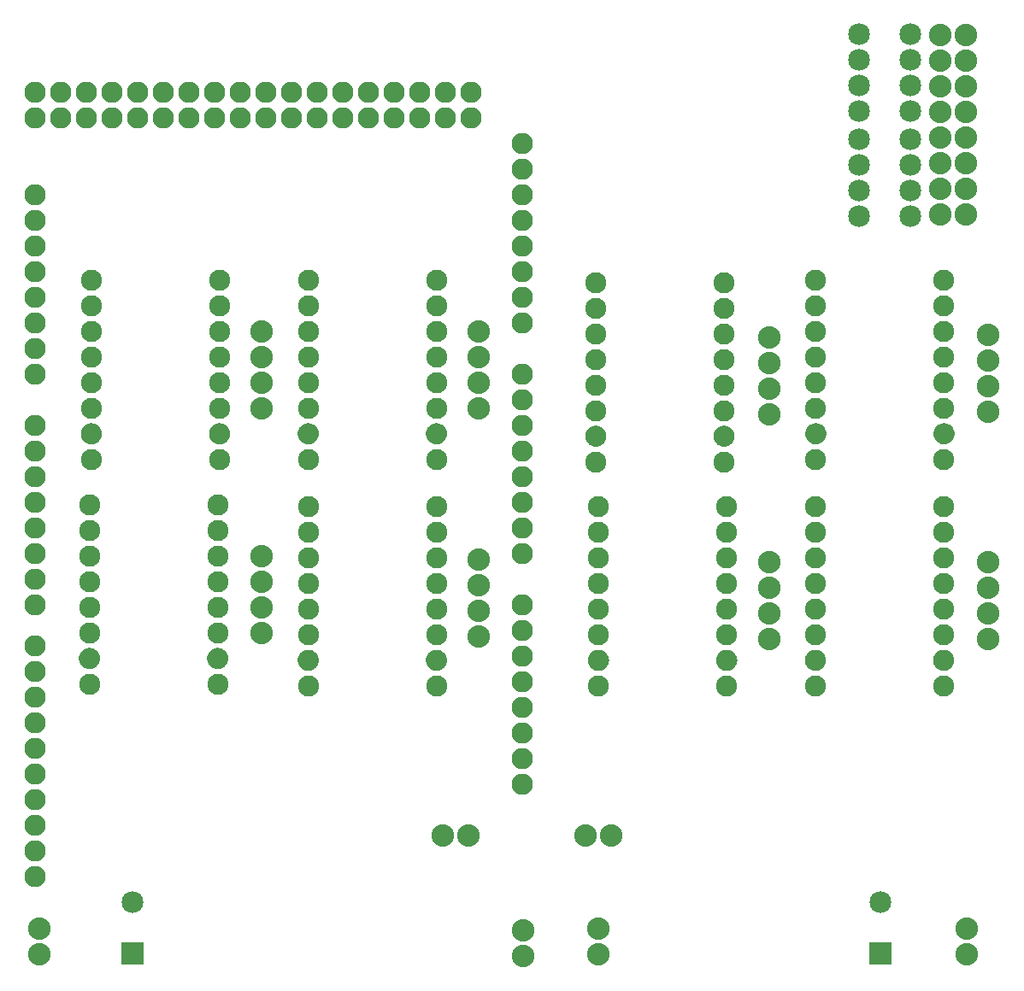
<source format=gts>
G04 MADE WITH FRITZING*
G04 WWW.FRITZING.ORG*
G04 DOUBLE SIDED*
G04 HOLES PLATED*
G04 CONTOUR ON CENTER OF CONTOUR VECTOR*
%ASAXBY*%
%FSLAX23Y23*%
%MOIN*%
%OFA0B0*%
%SFA1.0B1.0*%
%ADD10C,0.082472*%
%ADD11C,0.082445*%
%ADD12C,0.082417*%
%ADD13C,0.082917*%
%ADD14C,0.088000*%
%ADD15C,0.085000*%
%ADD16R,0.085000X0.085000*%
%ADD17R,0.001000X0.001000*%
%LNMASK1*%
G90*
G70*
G54D10*
X843Y1190D03*
X343Y1890D03*
X343Y1790D03*
X343Y1690D03*
X343Y1590D03*
X343Y1490D03*
G54D11*
X343Y1390D03*
G54D10*
X343Y1190D03*
G54D11*
X843Y1890D03*
G54D12*
X843Y1790D03*
G54D11*
X843Y1690D03*
G54D10*
X843Y1590D03*
G54D11*
X843Y1490D03*
G54D12*
X843Y1390D03*
G54D13*
X2030Y2698D03*
X2030Y1098D03*
X2030Y2798D03*
X2030Y2898D03*
X2030Y2998D03*
X2030Y3098D03*
X630Y3398D03*
X2030Y3198D03*
X2030Y3298D03*
X130Y1138D03*
X2030Y1698D03*
X2030Y1798D03*
X2030Y1898D03*
X2030Y1998D03*
X1430Y3398D03*
X2030Y2098D03*
X2030Y2198D03*
X2030Y2298D03*
X2030Y2398D03*
X130Y1898D03*
X230Y3398D03*
X1030Y3398D03*
X1830Y3398D03*
X130Y738D03*
X2030Y1498D03*
X130Y1498D03*
X430Y3398D03*
X830Y3398D03*
X1230Y3398D03*
X130Y3098D03*
X1630Y3398D03*
X130Y2998D03*
X130Y2898D03*
X130Y2798D03*
X130Y2698D03*
X130Y2598D03*
X130Y2498D03*
X130Y2398D03*
X130Y538D03*
X130Y938D03*
X130Y1338D03*
X2030Y898D03*
X2030Y1298D03*
X130Y2098D03*
X130Y1698D03*
X130Y3398D03*
X330Y3398D03*
X530Y3398D03*
X730Y3398D03*
X930Y3398D03*
X1130Y3398D03*
X1330Y3398D03*
X1530Y3398D03*
X1730Y3398D03*
X130Y438D03*
X130Y638D03*
X130Y838D03*
X130Y1038D03*
X130Y1238D03*
X2030Y798D03*
X2030Y998D03*
X2030Y1198D03*
X2030Y1398D03*
X130Y2198D03*
X130Y1998D03*
X130Y1798D03*
X130Y1598D03*
X130Y3498D03*
X230Y3498D03*
X330Y3498D03*
X430Y3498D03*
X530Y3498D03*
X630Y3498D03*
X730Y3498D03*
X830Y3498D03*
X930Y3498D03*
X1030Y3498D03*
X1130Y3498D03*
X1230Y3498D03*
X1330Y3498D03*
X1430Y3498D03*
X1530Y3498D03*
X1630Y3498D03*
X1730Y3498D03*
X1830Y3498D03*
X2030Y2598D03*
G54D10*
X1696Y1183D03*
X1196Y1883D03*
X1196Y1783D03*
X1196Y1683D03*
X1196Y1583D03*
X1196Y1483D03*
G54D11*
X1196Y1383D03*
G54D10*
X1196Y1183D03*
G54D11*
X1696Y1883D03*
G54D12*
X1696Y1783D03*
G54D11*
X1696Y1683D03*
G54D10*
X1696Y1583D03*
G54D11*
X1696Y1483D03*
G54D12*
X1696Y1383D03*
G54D10*
X850Y2067D03*
X350Y2767D03*
X350Y2667D03*
X350Y2567D03*
X350Y2467D03*
X350Y2367D03*
G54D11*
X350Y2267D03*
G54D10*
X350Y2067D03*
G54D11*
X850Y2767D03*
G54D12*
X850Y2667D03*
G54D11*
X850Y2567D03*
G54D10*
X850Y2467D03*
G54D11*
X850Y2367D03*
G54D12*
X850Y2267D03*
G54D10*
X1696Y2067D03*
X1196Y2767D03*
X1196Y2667D03*
X1196Y2567D03*
X1196Y2467D03*
X1196Y2367D03*
G54D11*
X1196Y2267D03*
G54D10*
X1196Y2067D03*
G54D11*
X1696Y2767D03*
G54D12*
X1696Y2667D03*
G54D11*
X1696Y2567D03*
G54D10*
X1696Y2467D03*
G54D11*
X1696Y2367D03*
G54D12*
X1696Y2267D03*
G54D10*
X2817Y2057D03*
X2317Y2757D03*
X2317Y2657D03*
X2317Y2557D03*
X2317Y2457D03*
X2317Y2357D03*
G54D11*
X2317Y2257D03*
G54D10*
X2317Y2057D03*
G54D11*
X2817Y2757D03*
G54D12*
X2817Y2657D03*
G54D11*
X2817Y2557D03*
G54D10*
X2817Y2457D03*
G54D11*
X2817Y2357D03*
G54D12*
X2817Y2257D03*
G54D10*
X3675Y2067D03*
X3175Y2767D03*
X3175Y2667D03*
X3175Y2567D03*
X3175Y2467D03*
X3175Y2367D03*
G54D11*
X3175Y2267D03*
G54D10*
X3175Y2067D03*
G54D11*
X3675Y2767D03*
G54D12*
X3675Y2667D03*
G54D11*
X3675Y2567D03*
G54D10*
X3675Y2467D03*
G54D11*
X3675Y2367D03*
G54D12*
X3675Y2267D03*
G54D14*
X3761Y3022D03*
X3761Y3122D03*
X3761Y3222D03*
X3761Y3322D03*
X3761Y3422D03*
X3761Y3522D03*
X3761Y3622D03*
X3761Y3722D03*
X3761Y3022D03*
X3761Y3122D03*
X3761Y3222D03*
X3761Y3322D03*
X3761Y3422D03*
X3761Y3522D03*
X3761Y3622D03*
X3761Y3722D03*
X3661Y3722D03*
X3661Y3622D03*
X3661Y3522D03*
X3661Y3422D03*
X3661Y3322D03*
X3661Y3222D03*
X3661Y3122D03*
X3661Y3022D03*
X146Y136D03*
X146Y236D03*
G54D15*
X510Y140D03*
X510Y340D03*
G54D10*
X2828Y1183D03*
X2328Y1883D03*
X2328Y1783D03*
X2328Y1683D03*
X2328Y1583D03*
X2328Y1483D03*
G54D11*
X2328Y1383D03*
G54D10*
X2328Y1183D03*
G54D11*
X2828Y1883D03*
G54D12*
X2828Y1783D03*
G54D11*
X2828Y1683D03*
G54D10*
X2828Y1583D03*
G54D11*
X2828Y1483D03*
G54D12*
X2828Y1383D03*
G54D10*
X3674Y1183D03*
X3174Y1883D03*
X3174Y1783D03*
X3174Y1683D03*
X3174Y1583D03*
X3174Y1483D03*
G54D11*
X3174Y1383D03*
G54D10*
X3174Y1183D03*
G54D11*
X3674Y1883D03*
G54D12*
X3674Y1783D03*
G54D11*
X3674Y1683D03*
G54D10*
X3674Y1583D03*
G54D11*
X3674Y1483D03*
G54D12*
X3674Y1383D03*
G54D14*
X3763Y136D03*
X3763Y236D03*
X2326Y236D03*
X2326Y136D03*
X2032Y229D03*
X2032Y129D03*
X1015Y2565D03*
X1015Y2465D03*
X1015Y2365D03*
X1015Y2265D03*
X1859Y2565D03*
X1859Y2465D03*
X1859Y2365D03*
X1859Y2265D03*
X1015Y1688D03*
X1015Y1588D03*
X1015Y1488D03*
X1015Y1388D03*
X1859Y1677D03*
X1859Y1577D03*
X1859Y1477D03*
X1859Y1377D03*
X1820Y600D03*
X1720Y600D03*
X2376Y600D03*
X2276Y600D03*
X2993Y2543D03*
X2993Y2443D03*
X2993Y2343D03*
X2993Y2243D03*
X3848Y2554D03*
X3848Y2454D03*
X3848Y2354D03*
X3848Y2254D03*
X2993Y1665D03*
X2993Y1565D03*
X2993Y1465D03*
X2993Y1365D03*
X3848Y1665D03*
X3848Y1565D03*
X3848Y1465D03*
X3848Y1365D03*
G54D15*
X3426Y140D03*
X3426Y340D03*
X3344Y3726D03*
X3544Y3726D03*
X3344Y3626D03*
X3544Y3626D03*
X3344Y3526D03*
X3544Y3526D03*
X3344Y3426D03*
X3544Y3426D03*
X3344Y3315D03*
X3544Y3315D03*
X3344Y3215D03*
X3544Y3215D03*
X3344Y3115D03*
X3544Y3115D03*
X3344Y3015D03*
X3544Y3015D03*
G54D16*
X510Y140D03*
X3426Y140D03*
G54D17*
X345Y2208D02*
X353Y2208D01*
X845Y2208D02*
X853Y2208D01*
X1191Y2208D02*
X1199Y2208D01*
X1691Y2208D02*
X1699Y2208D01*
X3171Y2208D02*
X3179Y2208D01*
X3671Y2208D02*
X3679Y2208D01*
X340Y2207D02*
X359Y2207D01*
X840Y2207D02*
X859Y2207D01*
X1186Y2207D02*
X1205Y2207D01*
X1686Y2207D02*
X1705Y2207D01*
X3165Y2207D02*
X3184Y2207D01*
X3666Y2207D02*
X3684Y2207D01*
X336Y2206D02*
X362Y2206D01*
X836Y2206D02*
X862Y2206D01*
X1182Y2206D02*
X1208Y2206D01*
X1682Y2206D02*
X1708Y2206D01*
X3162Y2206D02*
X3188Y2206D01*
X3662Y2206D02*
X3688Y2206D01*
X334Y2205D02*
X365Y2205D01*
X834Y2205D02*
X865Y2205D01*
X1180Y2205D02*
X1211Y2205D01*
X1680Y2205D02*
X1711Y2205D01*
X3159Y2205D02*
X3191Y2205D01*
X3659Y2205D02*
X3690Y2205D01*
X331Y2204D02*
X367Y2204D01*
X832Y2204D02*
X867Y2204D01*
X1178Y2204D02*
X1213Y2204D01*
X1678Y2204D02*
X1713Y2204D01*
X3157Y2204D02*
X3193Y2204D01*
X3657Y2204D02*
X3693Y2204D01*
X330Y2203D02*
X369Y2203D01*
X830Y2203D02*
X869Y2203D01*
X1176Y2203D02*
X1215Y2203D01*
X1676Y2203D02*
X1715Y2203D01*
X3155Y2203D02*
X3194Y2203D01*
X3655Y2203D02*
X3694Y2203D01*
X328Y2202D02*
X370Y2202D01*
X828Y2202D02*
X870Y2202D01*
X1174Y2202D02*
X1217Y2202D01*
X1674Y2202D02*
X1717Y2202D01*
X3154Y2202D02*
X3196Y2202D01*
X3654Y2202D02*
X3696Y2202D01*
X326Y2201D02*
X372Y2201D01*
X826Y2201D02*
X872Y2201D01*
X1173Y2201D02*
X1218Y2201D01*
X1673Y2201D02*
X1718Y2201D01*
X3152Y2201D02*
X3198Y2201D01*
X3652Y2201D02*
X3698Y2201D01*
X325Y2200D02*
X373Y2200D01*
X825Y2200D02*
X873Y2200D01*
X1171Y2200D02*
X1220Y2200D01*
X1671Y2200D02*
X1720Y2200D01*
X3151Y2200D02*
X3199Y2200D01*
X3651Y2200D02*
X3699Y2200D01*
X324Y2199D02*
X375Y2199D01*
X824Y2199D02*
X875Y2199D01*
X1170Y2199D02*
X1221Y2199D01*
X1670Y2199D02*
X1721Y2199D01*
X3149Y2199D02*
X3200Y2199D01*
X3649Y2199D02*
X3700Y2199D01*
X323Y2198D02*
X376Y2198D01*
X823Y2198D02*
X876Y2198D01*
X1169Y2198D02*
X1222Y2198D01*
X1669Y2198D02*
X1722Y2198D01*
X2309Y2198D02*
X2324Y2198D01*
X2809Y2198D02*
X2824Y2198D01*
X3148Y2198D02*
X3202Y2198D01*
X3648Y2198D02*
X3702Y2198D01*
X321Y2197D02*
X377Y2197D01*
X821Y2197D02*
X877Y2197D01*
X1168Y2197D02*
X1223Y2197D01*
X1668Y2197D02*
X1723Y2197D01*
X2305Y2197D02*
X2328Y2197D01*
X2805Y2197D02*
X2828Y2197D01*
X3147Y2197D02*
X3203Y2197D01*
X3647Y2197D02*
X3703Y2197D01*
X320Y2196D02*
X378Y2196D01*
X820Y2196D02*
X878Y2196D01*
X1166Y2196D02*
X1224Y2196D01*
X1667Y2196D02*
X1724Y2196D01*
X2302Y2196D02*
X2331Y2196D01*
X2802Y2196D02*
X2831Y2196D01*
X3146Y2196D02*
X3204Y2196D01*
X3646Y2196D02*
X3704Y2196D01*
X319Y2195D02*
X379Y2195D01*
X819Y2195D02*
X879Y2195D01*
X1166Y2195D02*
X1225Y2195D01*
X1666Y2195D02*
X1725Y2195D01*
X2300Y2195D02*
X2334Y2195D01*
X2800Y2195D02*
X2834Y2195D01*
X3145Y2195D02*
X3205Y2195D01*
X3645Y2195D02*
X3705Y2195D01*
X319Y2194D02*
X380Y2194D01*
X819Y2194D02*
X880Y2194D01*
X1165Y2194D02*
X1226Y2194D01*
X1665Y2194D02*
X1726Y2194D01*
X2298Y2194D02*
X2336Y2194D01*
X2798Y2194D02*
X2836Y2194D01*
X3144Y2194D02*
X3206Y2194D01*
X3644Y2194D02*
X3706Y2194D01*
X318Y2193D02*
X381Y2193D01*
X818Y2193D02*
X881Y2193D01*
X1164Y2193D02*
X1227Y2193D01*
X1664Y2193D02*
X1727Y2193D01*
X2296Y2193D02*
X2337Y2193D01*
X2796Y2193D02*
X2837Y2193D01*
X3143Y2193D02*
X3206Y2193D01*
X3643Y2193D02*
X3706Y2193D01*
X317Y2192D02*
X381Y2192D01*
X817Y2192D02*
X881Y2192D01*
X1163Y2192D02*
X1228Y2192D01*
X1663Y2192D02*
X1728Y2192D01*
X2295Y2192D02*
X2339Y2192D01*
X2795Y2192D02*
X2839Y2192D01*
X3143Y2192D02*
X3207Y2192D01*
X3643Y2192D02*
X3707Y2192D01*
X316Y2191D02*
X382Y2191D01*
X816Y2191D02*
X882Y2191D01*
X1162Y2191D02*
X1228Y2191D01*
X1662Y2191D02*
X1728Y2191D01*
X2293Y2191D02*
X2340Y2191D01*
X2793Y2191D02*
X2840Y2191D01*
X3142Y2191D02*
X3208Y2191D01*
X3642Y2191D02*
X3708Y2191D01*
X316Y2190D02*
X383Y2190D01*
X816Y2190D02*
X883Y2190D01*
X1162Y2190D02*
X1229Y2190D01*
X1662Y2190D02*
X1729Y2190D01*
X2292Y2190D02*
X2342Y2190D01*
X2792Y2190D02*
X2842Y2190D01*
X3141Y2190D02*
X3209Y2190D01*
X3641Y2190D02*
X3709Y2190D01*
X315Y2189D02*
X384Y2189D01*
X815Y2189D02*
X884Y2189D01*
X1161Y2189D02*
X1230Y2189D01*
X1661Y2189D02*
X1730Y2189D01*
X2290Y2189D02*
X2343Y2189D01*
X2790Y2189D02*
X2843Y2189D01*
X3141Y2189D02*
X3209Y2189D01*
X3641Y2189D02*
X3709Y2189D01*
X314Y2188D02*
X384Y2188D01*
X814Y2188D02*
X884Y2188D01*
X1160Y2188D02*
X1230Y2188D01*
X1660Y2188D02*
X1730Y2188D01*
X2289Y2188D02*
X2344Y2188D01*
X2789Y2188D02*
X2844Y2188D01*
X3140Y2188D02*
X3210Y2188D01*
X3640Y2188D02*
X3710Y2188D01*
X314Y2187D02*
X385Y2187D01*
X814Y2187D02*
X885Y2187D01*
X1160Y2187D02*
X1231Y2187D01*
X1660Y2187D02*
X1731Y2187D01*
X2288Y2187D02*
X2345Y2187D01*
X2788Y2187D02*
X2845Y2187D01*
X3139Y2187D02*
X3210Y2187D01*
X3639Y2187D02*
X3710Y2187D01*
X313Y2186D02*
X385Y2186D01*
X813Y2186D02*
X885Y2186D01*
X1159Y2186D02*
X1231Y2186D01*
X1659Y2186D02*
X1731Y2186D01*
X2287Y2186D02*
X2346Y2186D01*
X2787Y2186D02*
X2846Y2186D01*
X3139Y2186D02*
X3211Y2186D01*
X3639Y2186D02*
X3711Y2186D01*
X313Y2185D02*
X386Y2185D01*
X813Y2185D02*
X886Y2185D01*
X1159Y2185D02*
X1232Y2185D01*
X1659Y2185D02*
X1732Y2185D01*
X2286Y2185D02*
X2347Y2185D01*
X2786Y2185D02*
X2847Y2185D01*
X3138Y2185D02*
X3211Y2185D01*
X3638Y2185D02*
X3711Y2185D01*
X312Y2184D02*
X386Y2184D01*
X812Y2184D02*
X886Y2184D01*
X1158Y2184D02*
X1232Y2184D01*
X1658Y2184D02*
X1732Y2184D01*
X2286Y2184D02*
X2348Y2184D01*
X2786Y2184D02*
X2848Y2184D01*
X3138Y2184D02*
X3212Y2184D01*
X3638Y2184D02*
X3712Y2184D01*
X312Y2183D02*
X387Y2183D01*
X812Y2183D02*
X887Y2183D01*
X1158Y2183D02*
X1233Y2183D01*
X1658Y2183D02*
X1733Y2183D01*
X2285Y2183D02*
X2349Y2183D01*
X2785Y2183D02*
X2849Y2183D01*
X3137Y2183D02*
X3212Y2183D01*
X3637Y2183D02*
X3712Y2183D01*
X311Y2182D02*
X387Y2182D01*
X811Y2182D02*
X887Y2182D01*
X1157Y2182D02*
X1233Y2182D01*
X1657Y2182D02*
X1733Y2182D01*
X2284Y2182D02*
X2349Y2182D01*
X2784Y2182D02*
X2849Y2182D01*
X3137Y2182D02*
X3213Y2182D01*
X3637Y2182D02*
X3713Y2182D01*
X311Y2181D02*
X387Y2181D01*
X811Y2181D02*
X887Y2181D01*
X1157Y2181D02*
X1234Y2181D01*
X1657Y2181D02*
X1734Y2181D01*
X2283Y2181D02*
X2350Y2181D01*
X2783Y2181D02*
X2850Y2181D01*
X3137Y2181D02*
X3213Y2181D01*
X3637Y2181D02*
X3713Y2181D01*
X311Y2180D02*
X388Y2180D01*
X811Y2180D02*
X888Y2180D01*
X1157Y2180D02*
X1234Y2180D01*
X1657Y2180D02*
X1734Y2180D01*
X2283Y2180D02*
X2351Y2180D01*
X2783Y2180D02*
X2851Y2180D01*
X3136Y2180D02*
X3213Y2180D01*
X3636Y2180D02*
X3713Y2180D01*
X310Y2179D02*
X388Y2179D01*
X810Y2179D02*
X888Y2179D01*
X1156Y2179D02*
X1234Y2179D01*
X1656Y2179D02*
X1734Y2179D01*
X2282Y2179D02*
X2351Y2179D01*
X2782Y2179D02*
X2851Y2179D01*
X3136Y2179D02*
X3214Y2179D01*
X3636Y2179D02*
X3714Y2179D01*
X310Y2178D02*
X388Y2178D01*
X810Y2178D02*
X888Y2178D01*
X1156Y2178D02*
X1235Y2178D01*
X1656Y2178D02*
X1735Y2178D01*
X2281Y2178D02*
X2352Y2178D01*
X2781Y2178D02*
X2852Y2178D01*
X3136Y2178D02*
X3214Y2178D01*
X3636Y2178D02*
X3714Y2178D01*
X310Y2177D02*
X389Y2177D01*
X810Y2177D02*
X889Y2177D01*
X1156Y2177D02*
X1235Y2177D01*
X1656Y2177D02*
X1735Y2177D01*
X2281Y2177D02*
X2353Y2177D01*
X2781Y2177D02*
X2853Y2177D01*
X3135Y2177D02*
X3214Y2177D01*
X3635Y2177D02*
X3714Y2177D01*
X310Y2176D02*
X389Y2176D01*
X810Y2176D02*
X889Y2176D01*
X1156Y2176D02*
X1235Y2176D01*
X1656Y2176D02*
X1735Y2176D01*
X2280Y2176D02*
X2353Y2176D01*
X2780Y2176D02*
X2853Y2176D01*
X3135Y2176D02*
X3215Y2176D01*
X3635Y2176D02*
X3715Y2176D01*
X309Y2175D02*
X389Y2175D01*
X809Y2175D02*
X889Y2175D01*
X1155Y2175D02*
X1235Y2175D01*
X1655Y2175D02*
X1735Y2175D01*
X2280Y2175D02*
X2354Y2175D01*
X2780Y2175D02*
X2854Y2175D01*
X3135Y2175D02*
X3215Y2175D01*
X3635Y2175D02*
X3715Y2175D01*
X309Y2174D02*
X389Y2174D01*
X809Y2174D02*
X889Y2174D01*
X1155Y2174D02*
X1235Y2174D01*
X1655Y2174D02*
X1735Y2174D01*
X2279Y2174D02*
X2354Y2174D01*
X2779Y2174D02*
X2854Y2174D01*
X3135Y2174D02*
X3215Y2174D01*
X3635Y2174D02*
X3715Y2174D01*
X309Y2173D02*
X389Y2173D01*
X809Y2173D02*
X889Y2173D01*
X1155Y2173D02*
X1236Y2173D01*
X1655Y2173D02*
X1736Y2173D01*
X2279Y2173D02*
X2354Y2173D01*
X2779Y2173D02*
X2854Y2173D01*
X3135Y2173D02*
X3215Y2173D01*
X3635Y2173D02*
X3715Y2173D01*
X309Y2172D02*
X390Y2172D01*
X809Y2172D02*
X890Y2172D01*
X1155Y2172D02*
X1236Y2172D01*
X1655Y2172D02*
X1736Y2172D01*
X2279Y2172D02*
X2355Y2172D01*
X2779Y2172D02*
X2855Y2172D01*
X3134Y2172D02*
X3215Y2172D01*
X3634Y2172D02*
X3715Y2172D01*
X309Y2171D02*
X390Y2171D01*
X809Y2171D02*
X890Y2171D01*
X1155Y2171D02*
X1236Y2171D01*
X1655Y2171D02*
X1736Y2171D01*
X2278Y2171D02*
X2355Y2171D01*
X2778Y2171D02*
X2855Y2171D01*
X3134Y2171D02*
X3215Y2171D01*
X3634Y2171D02*
X3715Y2171D01*
X309Y2170D02*
X390Y2170D01*
X809Y2170D02*
X890Y2170D01*
X1155Y2170D02*
X1236Y2170D01*
X1655Y2170D02*
X1736Y2170D01*
X2278Y2170D02*
X2356Y2170D01*
X2778Y2170D02*
X2856Y2170D01*
X3134Y2170D02*
X3215Y2170D01*
X3634Y2170D02*
X3715Y2170D01*
X309Y2169D02*
X390Y2169D01*
X809Y2169D02*
X890Y2169D01*
X1155Y2169D02*
X1236Y2169D01*
X1655Y2169D02*
X1736Y2169D01*
X2278Y2169D02*
X2356Y2169D01*
X2778Y2169D02*
X2856Y2169D01*
X3134Y2169D02*
X3215Y2169D01*
X3634Y2169D02*
X3715Y2169D01*
X309Y2168D02*
X390Y2168D01*
X809Y2168D02*
X890Y2168D01*
X1155Y2168D02*
X1236Y2168D01*
X1655Y2168D02*
X1736Y2168D01*
X2277Y2168D02*
X2356Y2168D01*
X2777Y2168D02*
X2856Y2168D01*
X3134Y2168D02*
X3216Y2168D01*
X3634Y2168D02*
X3716Y2168D01*
X308Y2167D02*
X390Y2167D01*
X809Y2167D02*
X890Y2167D01*
X1155Y2167D02*
X1236Y2167D01*
X1655Y2167D02*
X1736Y2167D01*
X2277Y2167D02*
X2356Y2167D01*
X2777Y2167D02*
X2856Y2167D01*
X3134Y2167D02*
X3216Y2167D01*
X3634Y2167D02*
X3716Y2167D01*
X309Y2166D02*
X390Y2166D01*
X809Y2166D02*
X890Y2166D01*
X1155Y2166D02*
X1236Y2166D01*
X1655Y2166D02*
X1736Y2166D01*
X2277Y2166D02*
X2357Y2166D01*
X2777Y2166D02*
X2857Y2166D01*
X3134Y2166D02*
X3216Y2166D01*
X3634Y2166D02*
X3716Y2166D01*
X309Y2165D02*
X390Y2165D01*
X809Y2165D02*
X890Y2165D01*
X1155Y2165D02*
X1236Y2165D01*
X1655Y2165D02*
X1736Y2165D01*
X2277Y2165D02*
X2357Y2165D01*
X2777Y2165D02*
X2857Y2165D01*
X3134Y2165D02*
X3215Y2165D01*
X3634Y2165D02*
X3715Y2165D01*
X309Y2164D02*
X390Y2164D01*
X809Y2164D02*
X890Y2164D01*
X1155Y2164D02*
X1236Y2164D01*
X1655Y2164D02*
X1736Y2164D01*
X2277Y2164D02*
X2357Y2164D01*
X2777Y2164D02*
X2857Y2164D01*
X3134Y2164D02*
X3215Y2164D01*
X3634Y2164D02*
X3715Y2164D01*
X309Y2163D02*
X390Y2163D01*
X809Y2163D02*
X890Y2163D01*
X1155Y2163D02*
X1236Y2163D01*
X1655Y2163D02*
X1736Y2163D01*
X2276Y2163D02*
X2357Y2163D01*
X2776Y2163D02*
X2857Y2163D01*
X3134Y2163D02*
X3215Y2163D01*
X3634Y2163D02*
X3715Y2163D01*
X309Y2162D02*
X390Y2162D01*
X809Y2162D02*
X890Y2162D01*
X1155Y2162D02*
X1236Y2162D01*
X1655Y2162D02*
X1736Y2162D01*
X2276Y2162D02*
X2357Y2162D01*
X2776Y2162D02*
X2857Y2162D01*
X3135Y2162D02*
X3215Y2162D01*
X3635Y2162D02*
X3715Y2162D01*
X309Y2161D02*
X389Y2161D01*
X809Y2161D02*
X889Y2161D01*
X1155Y2161D02*
X1236Y2161D01*
X1655Y2161D02*
X1736Y2161D01*
X2276Y2161D02*
X2357Y2161D01*
X2776Y2161D02*
X2857Y2161D01*
X3135Y2161D02*
X3215Y2161D01*
X3635Y2161D02*
X3715Y2161D01*
X309Y2160D02*
X389Y2160D01*
X809Y2160D02*
X889Y2160D01*
X1155Y2160D02*
X1235Y2160D01*
X1655Y2160D02*
X1735Y2160D01*
X2276Y2160D02*
X2357Y2160D01*
X2776Y2160D02*
X2857Y2160D01*
X3135Y2160D02*
X3215Y2160D01*
X3635Y2160D02*
X3715Y2160D01*
X309Y2159D02*
X389Y2159D01*
X809Y2159D02*
X889Y2159D01*
X1156Y2159D02*
X1235Y2159D01*
X1656Y2159D02*
X1735Y2159D01*
X2276Y2159D02*
X2357Y2159D01*
X2776Y2159D02*
X2857Y2159D01*
X3135Y2159D02*
X3215Y2159D01*
X3635Y2159D02*
X3715Y2159D01*
X310Y2158D02*
X389Y2158D01*
X810Y2158D02*
X889Y2158D01*
X1156Y2158D02*
X1235Y2158D01*
X1656Y2158D02*
X1735Y2158D01*
X2276Y2158D02*
X2357Y2158D01*
X2776Y2158D02*
X2857Y2158D01*
X3135Y2158D02*
X3214Y2158D01*
X3635Y2158D02*
X3714Y2158D01*
X310Y2157D02*
X389Y2157D01*
X810Y2157D02*
X889Y2157D01*
X1156Y2157D02*
X1235Y2157D01*
X1656Y2157D02*
X1735Y2157D01*
X2276Y2157D02*
X2357Y2157D01*
X2776Y2157D02*
X2857Y2157D01*
X3135Y2157D02*
X3214Y2157D01*
X3635Y2157D02*
X3714Y2157D01*
X310Y2156D02*
X388Y2156D01*
X810Y2156D02*
X888Y2156D01*
X1156Y2156D02*
X1234Y2156D01*
X1656Y2156D02*
X1734Y2156D01*
X2276Y2156D02*
X2357Y2156D01*
X2776Y2156D02*
X2857Y2156D01*
X3136Y2156D02*
X3214Y2156D01*
X3636Y2156D02*
X3714Y2156D01*
X310Y2155D02*
X388Y2155D01*
X810Y2155D02*
X888Y2155D01*
X1156Y2155D02*
X1234Y2155D01*
X1657Y2155D02*
X1734Y2155D01*
X2276Y2155D02*
X2357Y2155D01*
X2776Y2155D02*
X2857Y2155D01*
X3136Y2155D02*
X3214Y2155D01*
X3636Y2155D02*
X3714Y2155D01*
X311Y2154D02*
X388Y2154D01*
X811Y2154D02*
X888Y2154D01*
X1157Y2154D02*
X1234Y2154D01*
X1657Y2154D02*
X1734Y2154D01*
X2276Y2154D02*
X2357Y2154D01*
X2776Y2154D02*
X2857Y2154D01*
X3136Y2154D02*
X3213Y2154D01*
X3636Y2154D02*
X3713Y2154D01*
X311Y2153D02*
X387Y2153D01*
X811Y2153D02*
X887Y2153D01*
X1157Y2153D02*
X1234Y2153D01*
X1657Y2153D02*
X1734Y2153D01*
X2276Y2153D02*
X2357Y2153D01*
X2776Y2153D02*
X2857Y2153D01*
X3137Y2153D02*
X3213Y2153D01*
X3637Y2153D02*
X3713Y2153D01*
X311Y2152D02*
X387Y2152D01*
X811Y2152D02*
X887Y2152D01*
X1158Y2152D02*
X1233Y2152D01*
X1658Y2152D02*
X1733Y2152D01*
X2276Y2152D02*
X2357Y2152D01*
X2776Y2152D02*
X2857Y2152D01*
X3137Y2152D02*
X3213Y2152D01*
X3637Y2152D02*
X3713Y2152D01*
X312Y2151D02*
X387Y2151D01*
X812Y2151D02*
X887Y2151D01*
X1158Y2151D02*
X1233Y2151D01*
X1658Y2151D02*
X1733Y2151D01*
X2277Y2151D02*
X2357Y2151D01*
X2777Y2151D02*
X2857Y2151D01*
X3137Y2151D02*
X3212Y2151D01*
X3637Y2151D02*
X3712Y2151D01*
X312Y2150D02*
X386Y2150D01*
X812Y2150D02*
X886Y2150D01*
X1158Y2150D02*
X1232Y2150D01*
X1658Y2150D02*
X1732Y2150D01*
X2277Y2150D02*
X2357Y2150D01*
X2777Y2150D02*
X2857Y2150D01*
X3138Y2150D02*
X3212Y2150D01*
X3638Y2150D02*
X3712Y2150D01*
X313Y2149D02*
X386Y2149D01*
X813Y2149D02*
X886Y2149D01*
X1159Y2149D02*
X1232Y2149D01*
X1659Y2149D02*
X1732Y2149D01*
X2277Y2149D02*
X2356Y2149D01*
X2777Y2149D02*
X2856Y2149D01*
X3138Y2149D02*
X3211Y2149D01*
X3638Y2149D02*
X3711Y2149D01*
X313Y2148D02*
X385Y2148D01*
X813Y2148D02*
X885Y2148D01*
X1159Y2148D02*
X1231Y2148D01*
X1659Y2148D02*
X1731Y2148D01*
X2277Y2148D02*
X2356Y2148D01*
X2777Y2148D02*
X2856Y2148D01*
X3139Y2148D02*
X3211Y2148D01*
X3639Y2148D02*
X3711Y2148D01*
X314Y2147D02*
X385Y2147D01*
X814Y2147D02*
X885Y2147D01*
X1160Y2147D02*
X1231Y2147D01*
X1660Y2147D02*
X1731Y2147D01*
X2278Y2147D02*
X2356Y2147D01*
X2778Y2147D02*
X2856Y2147D01*
X3139Y2147D02*
X3210Y2147D01*
X3639Y2147D02*
X3710Y2147D01*
X314Y2146D02*
X384Y2146D01*
X814Y2146D02*
X884Y2146D01*
X1161Y2146D02*
X1230Y2146D01*
X1661Y2146D02*
X1730Y2146D01*
X2278Y2146D02*
X2356Y2146D01*
X2778Y2146D02*
X2856Y2146D01*
X3140Y2146D02*
X3210Y2146D01*
X3640Y2146D02*
X3710Y2146D01*
X315Y2145D02*
X383Y2145D01*
X815Y2145D02*
X883Y2145D01*
X1161Y2145D02*
X1230Y2145D01*
X1661Y2145D02*
X1730Y2145D01*
X2278Y2145D02*
X2355Y2145D01*
X2778Y2145D02*
X2855Y2145D01*
X3141Y2145D02*
X3209Y2145D01*
X3641Y2145D02*
X3709Y2145D01*
X316Y2144D02*
X383Y2144D01*
X816Y2144D02*
X883Y2144D01*
X1162Y2144D02*
X1229Y2144D01*
X1662Y2144D02*
X1729Y2144D01*
X2278Y2144D02*
X2355Y2144D01*
X2778Y2144D02*
X2855Y2144D01*
X3141Y2144D02*
X3208Y2144D01*
X3641Y2144D02*
X3708Y2144D01*
X316Y2143D02*
X382Y2143D01*
X816Y2143D02*
X882Y2143D01*
X1163Y2143D02*
X1228Y2143D01*
X1663Y2143D02*
X1728Y2143D01*
X2279Y2143D02*
X2355Y2143D01*
X2779Y2143D02*
X2855Y2143D01*
X3142Y2143D02*
X3208Y2143D01*
X3642Y2143D02*
X3708Y2143D01*
X317Y2142D02*
X381Y2142D01*
X817Y2142D02*
X881Y2142D01*
X1163Y2142D02*
X1227Y2142D01*
X1663Y2142D02*
X1727Y2142D01*
X2279Y2142D02*
X2354Y2142D01*
X2779Y2142D02*
X2854Y2142D01*
X3143Y2142D02*
X3207Y2142D01*
X3643Y2142D02*
X3707Y2142D01*
X318Y2141D02*
X381Y2141D01*
X818Y2141D02*
X881Y2141D01*
X1164Y2141D02*
X1227Y2141D01*
X1664Y2141D02*
X1727Y2141D01*
X2280Y2141D02*
X2354Y2141D01*
X2780Y2141D02*
X2854Y2141D01*
X3143Y2141D02*
X3206Y2141D01*
X3644Y2141D02*
X3706Y2141D01*
X319Y2140D02*
X380Y2140D01*
X819Y2140D02*
X880Y2140D01*
X1165Y2140D02*
X1226Y2140D01*
X1665Y2140D02*
X1726Y2140D01*
X2280Y2140D02*
X2353Y2140D01*
X2780Y2140D02*
X2853Y2140D01*
X3144Y2140D02*
X3205Y2140D01*
X3644Y2140D02*
X3705Y2140D01*
X320Y2139D02*
X379Y2139D01*
X820Y2139D02*
X879Y2139D01*
X1166Y2139D02*
X1225Y2139D01*
X1666Y2139D02*
X1725Y2139D01*
X2281Y2139D02*
X2353Y2139D01*
X2781Y2139D02*
X2853Y2139D01*
X3145Y2139D02*
X3204Y2139D01*
X3645Y2139D02*
X3704Y2139D01*
X321Y2138D02*
X378Y2138D01*
X821Y2138D02*
X878Y2138D01*
X1167Y2138D02*
X1224Y2138D01*
X1667Y2138D02*
X1724Y2138D01*
X2281Y2138D02*
X2352Y2138D01*
X2781Y2138D02*
X2852Y2138D01*
X3146Y2138D02*
X3204Y2138D01*
X3646Y2138D02*
X3704Y2138D01*
X322Y2137D02*
X377Y2137D01*
X822Y2137D02*
X877Y2137D01*
X1168Y2137D02*
X1223Y2137D01*
X1668Y2137D02*
X1723Y2137D01*
X2282Y2137D02*
X2352Y2137D01*
X2782Y2137D02*
X2852Y2137D01*
X3147Y2137D02*
X3202Y2137D01*
X3647Y2137D02*
X3702Y2137D01*
X323Y2136D02*
X376Y2136D01*
X823Y2136D02*
X876Y2136D01*
X1169Y2136D02*
X1222Y2136D01*
X1669Y2136D02*
X1722Y2136D01*
X2282Y2136D02*
X2351Y2136D01*
X2782Y2136D02*
X2851Y2136D01*
X3148Y2136D02*
X3201Y2136D01*
X3648Y2136D02*
X3701Y2136D01*
X324Y2135D02*
X375Y2135D01*
X824Y2135D02*
X875Y2135D01*
X1170Y2135D02*
X1221Y2135D01*
X1670Y2135D02*
X1721Y2135D01*
X2283Y2135D02*
X2351Y2135D01*
X2783Y2135D02*
X2851Y2135D01*
X3150Y2135D02*
X3200Y2135D01*
X3650Y2135D02*
X3700Y2135D01*
X325Y2134D02*
X373Y2134D01*
X825Y2134D02*
X873Y2134D01*
X1171Y2134D02*
X1219Y2134D01*
X1671Y2134D02*
X1719Y2134D01*
X2284Y2134D02*
X2350Y2134D01*
X2784Y2134D02*
X2850Y2134D01*
X3151Y2134D02*
X3199Y2134D01*
X3651Y2134D02*
X3699Y2134D01*
X327Y2133D02*
X372Y2133D01*
X827Y2133D02*
X872Y2133D01*
X1173Y2133D02*
X1218Y2133D01*
X1673Y2133D02*
X1718Y2133D01*
X2284Y2133D02*
X2349Y2133D01*
X2784Y2133D02*
X2849Y2133D01*
X3152Y2133D02*
X3197Y2133D01*
X3652Y2133D02*
X3697Y2133D01*
X328Y2132D02*
X370Y2132D01*
X828Y2132D02*
X870Y2132D01*
X1174Y2132D02*
X1216Y2132D01*
X1674Y2132D02*
X1716Y2132D01*
X2285Y2132D02*
X2348Y2132D01*
X2785Y2132D02*
X2848Y2132D01*
X3154Y2132D02*
X3196Y2132D01*
X3654Y2132D02*
X3696Y2132D01*
X330Y2131D02*
X369Y2131D01*
X830Y2131D02*
X869Y2131D01*
X1176Y2131D02*
X1215Y2131D01*
X1676Y2131D02*
X1715Y2131D01*
X2286Y2131D02*
X2348Y2131D01*
X2786Y2131D02*
X2848Y2131D01*
X3156Y2131D02*
X3194Y2131D01*
X3656Y2131D02*
X3694Y2131D01*
X332Y2130D02*
X367Y2130D01*
X832Y2130D02*
X867Y2130D01*
X1178Y2130D02*
X1213Y2130D01*
X1678Y2130D02*
X1713Y2130D01*
X2287Y2130D02*
X2347Y2130D01*
X2787Y2130D02*
X2847Y2130D01*
X3157Y2130D02*
X3192Y2130D01*
X3657Y2130D02*
X3692Y2130D01*
X334Y2129D02*
X365Y2129D01*
X834Y2129D02*
X864Y2129D01*
X1180Y2129D02*
X1211Y2129D01*
X1680Y2129D02*
X1711Y2129D01*
X2288Y2129D02*
X2346Y2129D01*
X2788Y2129D02*
X2846Y2129D01*
X3160Y2129D02*
X3190Y2129D01*
X3660Y2129D02*
X3690Y2129D01*
X337Y2128D02*
X362Y2128D01*
X837Y2128D02*
X862Y2128D01*
X1183Y2128D02*
X1208Y2128D01*
X1683Y2128D02*
X1708Y2128D01*
X2289Y2128D02*
X2345Y2128D01*
X2789Y2128D02*
X2845Y2128D01*
X3162Y2128D02*
X3187Y2128D01*
X3662Y2128D02*
X3687Y2128D01*
X340Y2127D02*
X358Y2127D01*
X841Y2127D02*
X858Y2127D01*
X1187Y2127D02*
X1204Y2127D01*
X1687Y2127D02*
X1704Y2127D01*
X2290Y2127D02*
X2344Y2127D01*
X2790Y2127D02*
X2844Y2127D01*
X3166Y2127D02*
X3184Y2127D01*
X3666Y2127D02*
X3684Y2127D01*
X347Y2126D02*
X351Y2126D01*
X847Y2126D02*
X851Y2126D01*
X1193Y2126D02*
X1197Y2126D01*
X1694Y2126D02*
X1697Y2126D01*
X2291Y2126D02*
X2343Y2126D01*
X2791Y2126D02*
X2843Y2126D01*
X3173Y2126D02*
X3177Y2126D01*
X3673Y2126D02*
X3677Y2126D01*
X2292Y2125D02*
X2341Y2125D01*
X2792Y2125D02*
X2841Y2125D01*
X2294Y2124D02*
X2340Y2124D01*
X2794Y2124D02*
X2840Y2124D01*
X2295Y2123D02*
X2338Y2123D01*
X2795Y2123D02*
X2838Y2123D01*
X2297Y2122D02*
X2337Y2122D01*
X2797Y2122D02*
X2837Y2122D01*
X2299Y2121D02*
X2335Y2121D01*
X2799Y2121D02*
X2835Y2121D01*
X2301Y2120D02*
X2333Y2120D01*
X2801Y2120D02*
X2833Y2120D01*
X2303Y2119D02*
X2330Y2119D01*
X2803Y2119D02*
X2830Y2119D01*
X2306Y2118D02*
X2327Y2118D01*
X2806Y2118D02*
X2827Y2118D01*
X2311Y2117D02*
X2322Y2117D01*
X2811Y2117D02*
X2822Y2117D01*
X338Y1331D02*
X347Y1331D01*
X838Y1331D02*
X847Y1331D01*
X333Y1330D02*
X352Y1330D01*
X833Y1330D02*
X852Y1330D01*
X329Y1329D02*
X356Y1329D01*
X829Y1329D02*
X856Y1329D01*
X327Y1328D02*
X358Y1328D01*
X827Y1328D02*
X858Y1328D01*
X324Y1327D02*
X360Y1327D01*
X825Y1327D02*
X860Y1327D01*
X323Y1326D02*
X362Y1326D01*
X823Y1326D02*
X862Y1326D01*
X321Y1325D02*
X364Y1325D01*
X821Y1325D02*
X864Y1325D01*
X319Y1324D02*
X365Y1324D01*
X819Y1324D02*
X865Y1324D01*
X1190Y1324D02*
X1201Y1324D01*
X1690Y1324D02*
X1701Y1324D01*
X2322Y1324D02*
X2332Y1324D01*
X2822Y1324D02*
X2832Y1324D01*
X3168Y1324D02*
X3179Y1324D01*
X3668Y1324D02*
X3679Y1324D01*
X318Y1323D02*
X367Y1323D01*
X818Y1323D02*
X867Y1323D01*
X1185Y1323D02*
X1206Y1323D01*
X1685Y1323D02*
X1706Y1323D01*
X2317Y1323D02*
X2337Y1323D01*
X2817Y1323D02*
X2837Y1323D01*
X3163Y1323D02*
X3183Y1323D01*
X3663Y1323D02*
X3683Y1323D01*
X317Y1322D02*
X368Y1322D01*
X817Y1322D02*
X868Y1322D01*
X1182Y1322D02*
X1209Y1322D01*
X1682Y1322D02*
X1709Y1322D01*
X2313Y1322D02*
X2341Y1322D01*
X2813Y1322D02*
X2841Y1322D01*
X3160Y1322D02*
X3187Y1322D01*
X3660Y1322D02*
X3687Y1322D01*
X316Y1321D02*
X369Y1321D01*
X816Y1321D02*
X869Y1321D01*
X1179Y1321D02*
X1212Y1321D01*
X1679Y1321D02*
X1712Y1321D01*
X2311Y1321D02*
X2343Y1321D01*
X2811Y1321D02*
X2843Y1321D01*
X3157Y1321D02*
X3189Y1321D01*
X3657Y1321D02*
X3689Y1321D01*
X314Y1320D02*
X370Y1320D01*
X814Y1320D02*
X870Y1320D01*
X1177Y1320D02*
X1214Y1320D01*
X1677Y1320D02*
X1714Y1320D01*
X2309Y1320D02*
X2345Y1320D01*
X2809Y1320D02*
X2845Y1320D01*
X3155Y1320D02*
X3191Y1320D01*
X3655Y1320D02*
X3691Y1320D01*
X313Y1319D02*
X371Y1319D01*
X813Y1319D02*
X871Y1319D01*
X1175Y1319D02*
X1215Y1319D01*
X1675Y1319D02*
X1715Y1319D01*
X2307Y1319D02*
X2347Y1319D01*
X2807Y1319D02*
X2847Y1319D01*
X3153Y1319D02*
X3193Y1319D01*
X3653Y1319D02*
X3693Y1319D01*
X313Y1318D02*
X372Y1318D01*
X813Y1318D02*
X872Y1318D01*
X1174Y1318D02*
X1217Y1318D01*
X1674Y1318D02*
X1717Y1318D01*
X2305Y1318D02*
X2349Y1318D01*
X2805Y1318D02*
X2849Y1318D01*
X3152Y1318D02*
X3195Y1318D01*
X3652Y1318D02*
X3695Y1318D01*
X312Y1317D02*
X373Y1317D01*
X812Y1317D02*
X873Y1317D01*
X1172Y1317D02*
X1219Y1317D01*
X1672Y1317D02*
X1718Y1317D01*
X2304Y1317D02*
X2350Y1317D01*
X2804Y1317D02*
X2850Y1317D01*
X3150Y1317D02*
X3196Y1317D01*
X3650Y1317D02*
X3696Y1317D01*
X311Y1316D02*
X374Y1316D01*
X811Y1316D02*
X874Y1316D01*
X1171Y1316D02*
X1220Y1316D01*
X1671Y1316D02*
X1720Y1316D01*
X2302Y1316D02*
X2351Y1316D01*
X2803Y1316D02*
X2851Y1316D01*
X3149Y1316D02*
X3198Y1316D01*
X3649Y1316D02*
X3698Y1316D01*
X310Y1315D02*
X375Y1315D01*
X810Y1315D02*
X875Y1315D01*
X1170Y1315D02*
X1221Y1315D01*
X1670Y1315D02*
X1721Y1315D01*
X2301Y1315D02*
X2353Y1315D01*
X2801Y1315D02*
X2853Y1315D01*
X3147Y1315D02*
X3199Y1315D01*
X3647Y1315D02*
X3699Y1315D01*
X309Y1314D02*
X375Y1314D01*
X809Y1314D02*
X875Y1314D01*
X1168Y1314D02*
X1222Y1314D01*
X1668Y1314D02*
X1722Y1314D01*
X2300Y1314D02*
X2354Y1314D01*
X2800Y1314D02*
X2854Y1314D01*
X3146Y1314D02*
X3200Y1314D01*
X3646Y1314D02*
X3700Y1314D01*
X309Y1313D02*
X376Y1313D01*
X809Y1313D02*
X876Y1313D01*
X1167Y1313D02*
X1223Y1313D01*
X1667Y1313D02*
X1723Y1313D01*
X2299Y1313D02*
X2355Y1313D01*
X2799Y1313D02*
X2855Y1313D01*
X3145Y1313D02*
X3201Y1313D01*
X3645Y1313D02*
X3701Y1313D01*
X308Y1312D02*
X377Y1312D01*
X808Y1312D02*
X877Y1312D01*
X1166Y1312D02*
X1224Y1312D01*
X1666Y1312D02*
X1724Y1312D01*
X2298Y1312D02*
X2356Y1312D01*
X2798Y1312D02*
X2856Y1312D01*
X3144Y1312D02*
X3202Y1312D01*
X3644Y1312D02*
X3702Y1312D01*
X307Y1311D02*
X377Y1311D01*
X807Y1311D02*
X877Y1311D01*
X1165Y1311D02*
X1225Y1311D01*
X1665Y1311D02*
X1725Y1311D01*
X2297Y1311D02*
X2357Y1311D01*
X2797Y1311D02*
X2857Y1311D01*
X3143Y1311D02*
X3203Y1311D01*
X3643Y1311D02*
X3703Y1311D01*
X307Y1310D02*
X378Y1310D01*
X807Y1310D02*
X878Y1310D01*
X1164Y1310D02*
X1226Y1310D01*
X1664Y1310D02*
X1726Y1310D01*
X2296Y1310D02*
X2358Y1310D01*
X2796Y1310D02*
X2858Y1310D01*
X3142Y1310D02*
X3204Y1310D01*
X3642Y1310D02*
X3704Y1310D01*
X306Y1309D02*
X379Y1309D01*
X806Y1309D02*
X879Y1309D01*
X1164Y1309D02*
X1227Y1309D01*
X1664Y1309D02*
X1727Y1309D01*
X2295Y1309D02*
X2359Y1309D01*
X2795Y1309D02*
X2859Y1309D01*
X3141Y1309D02*
X3205Y1309D01*
X3641Y1309D02*
X3705Y1309D01*
X306Y1308D02*
X379Y1308D01*
X806Y1308D02*
X879Y1308D01*
X1163Y1308D02*
X1228Y1308D01*
X1663Y1308D02*
X1728Y1308D01*
X2295Y1308D02*
X2359Y1308D01*
X2795Y1308D02*
X2859Y1308D01*
X3141Y1308D02*
X3206Y1308D01*
X3641Y1308D02*
X3706Y1308D01*
X305Y1307D02*
X379Y1307D01*
X805Y1307D02*
X879Y1307D01*
X1162Y1307D02*
X1229Y1307D01*
X1662Y1307D02*
X1729Y1307D01*
X2294Y1307D02*
X2360Y1307D01*
X2794Y1307D02*
X2860Y1307D01*
X3140Y1307D02*
X3206Y1307D01*
X3640Y1307D02*
X3706Y1307D01*
X305Y1306D02*
X380Y1306D01*
X805Y1306D02*
X880Y1306D01*
X1162Y1306D02*
X1229Y1306D01*
X1662Y1306D02*
X1729Y1306D01*
X2293Y1306D02*
X2361Y1306D01*
X2793Y1306D02*
X2861Y1306D01*
X3139Y1306D02*
X3207Y1306D01*
X3639Y1306D02*
X3707Y1306D01*
X304Y1305D02*
X380Y1305D01*
X804Y1305D02*
X880Y1305D01*
X1161Y1305D02*
X1230Y1305D01*
X1661Y1305D02*
X1730Y1305D01*
X2293Y1305D02*
X2361Y1305D01*
X2793Y1305D02*
X2861Y1305D01*
X3139Y1305D02*
X3208Y1305D01*
X3639Y1305D02*
X3708Y1305D01*
X304Y1304D02*
X381Y1304D01*
X804Y1304D02*
X881Y1304D01*
X1160Y1304D02*
X1230Y1304D01*
X1660Y1304D02*
X1730Y1304D01*
X2292Y1304D02*
X2362Y1304D01*
X2792Y1304D02*
X2862Y1304D01*
X3138Y1304D02*
X3208Y1304D01*
X3638Y1304D02*
X3708Y1304D01*
X304Y1303D02*
X381Y1303D01*
X804Y1303D02*
X881Y1303D01*
X1160Y1303D02*
X1231Y1303D01*
X1660Y1303D02*
X1731Y1303D01*
X2291Y1303D02*
X2363Y1303D01*
X2791Y1303D02*
X2863Y1303D01*
X3137Y1303D02*
X3209Y1303D01*
X3637Y1303D02*
X3709Y1303D01*
X303Y1302D02*
X381Y1302D01*
X803Y1302D02*
X881Y1302D01*
X1159Y1302D02*
X1232Y1302D01*
X1659Y1302D02*
X1732Y1302D01*
X2291Y1302D02*
X2363Y1302D01*
X2791Y1302D02*
X2863Y1302D01*
X3137Y1302D02*
X3209Y1302D01*
X3637Y1302D02*
X3709Y1302D01*
X303Y1301D02*
X382Y1301D01*
X803Y1301D02*
X882Y1301D01*
X1159Y1301D02*
X1232Y1301D01*
X1659Y1301D02*
X1732Y1301D01*
X2290Y1301D02*
X2364Y1301D01*
X2790Y1301D02*
X2864Y1301D01*
X3136Y1301D02*
X3210Y1301D01*
X3636Y1301D02*
X3710Y1301D01*
X303Y1300D02*
X382Y1300D01*
X803Y1300D02*
X882Y1300D01*
X1158Y1300D02*
X1233Y1300D01*
X1658Y1300D02*
X1733Y1300D01*
X2290Y1300D02*
X2364Y1300D01*
X2790Y1300D02*
X2864Y1300D01*
X3136Y1300D02*
X3210Y1300D01*
X3636Y1300D02*
X3710Y1300D01*
X303Y1299D02*
X382Y1299D01*
X803Y1299D02*
X882Y1299D01*
X1158Y1299D02*
X1233Y1299D01*
X1658Y1299D02*
X1733Y1299D01*
X2289Y1299D02*
X2365Y1299D01*
X2789Y1299D02*
X2865Y1299D01*
X3136Y1299D02*
X3211Y1299D01*
X3636Y1299D02*
X3711Y1299D01*
X302Y1298D02*
X382Y1298D01*
X802Y1298D02*
X882Y1298D01*
X1157Y1298D02*
X1233Y1298D01*
X1657Y1298D02*
X1733Y1298D01*
X2289Y1298D02*
X2365Y1298D01*
X2789Y1298D02*
X2865Y1298D01*
X3135Y1298D02*
X3211Y1298D01*
X3635Y1298D02*
X3711Y1298D01*
X302Y1297D02*
X382Y1297D01*
X802Y1297D02*
X882Y1297D01*
X1157Y1297D02*
X1234Y1297D01*
X1657Y1297D02*
X1734Y1297D01*
X2289Y1297D02*
X2365Y1297D01*
X2789Y1297D02*
X2865Y1297D01*
X3135Y1297D02*
X3211Y1297D01*
X3635Y1297D02*
X3711Y1297D01*
X302Y1296D02*
X383Y1296D01*
X802Y1296D02*
X883Y1296D01*
X1157Y1296D02*
X1234Y1296D01*
X1657Y1296D02*
X1734Y1296D01*
X2288Y1296D02*
X2366Y1296D01*
X2788Y1296D02*
X2866Y1296D01*
X3134Y1296D02*
X3212Y1296D01*
X3634Y1296D02*
X3712Y1296D01*
X302Y1295D02*
X383Y1295D01*
X802Y1295D02*
X883Y1295D01*
X1156Y1295D02*
X1234Y1295D01*
X1656Y1295D02*
X1734Y1295D01*
X2288Y1295D02*
X2366Y1295D01*
X2788Y1295D02*
X2866Y1295D01*
X3134Y1295D02*
X3212Y1295D01*
X3634Y1295D02*
X3712Y1295D01*
X302Y1294D02*
X383Y1294D01*
X802Y1294D02*
X883Y1294D01*
X1156Y1294D02*
X1235Y1294D01*
X1656Y1294D02*
X1735Y1294D01*
X2288Y1294D02*
X2366Y1294D01*
X2788Y1294D02*
X2866Y1294D01*
X3134Y1294D02*
X3212Y1294D01*
X3634Y1294D02*
X3712Y1294D01*
X302Y1293D02*
X383Y1293D01*
X802Y1293D02*
X883Y1293D01*
X1156Y1293D02*
X1235Y1293D01*
X1656Y1293D02*
X1735Y1293D01*
X2288Y1293D02*
X2366Y1293D01*
X2788Y1293D02*
X2866Y1293D01*
X3134Y1293D02*
X3213Y1293D01*
X3634Y1293D02*
X3713Y1293D01*
X302Y1292D02*
X383Y1292D01*
X802Y1292D02*
X883Y1292D01*
X1156Y1292D02*
X1235Y1292D01*
X1656Y1292D02*
X1735Y1292D01*
X2287Y1292D02*
X2367Y1292D01*
X2787Y1292D02*
X2867Y1292D01*
X3133Y1292D02*
X3213Y1292D01*
X3633Y1292D02*
X3713Y1292D01*
X302Y1291D02*
X383Y1291D01*
X802Y1291D02*
X883Y1291D01*
X1155Y1291D02*
X1235Y1291D01*
X1655Y1291D02*
X1735Y1291D01*
X2287Y1291D02*
X2367Y1291D01*
X2787Y1291D02*
X2867Y1291D01*
X3133Y1291D02*
X3213Y1291D01*
X3633Y1291D02*
X3713Y1291D01*
X302Y1290D02*
X383Y1290D01*
X802Y1290D02*
X883Y1290D01*
X1155Y1290D02*
X1235Y1290D01*
X1655Y1290D02*
X1735Y1290D01*
X2287Y1290D02*
X2367Y1290D01*
X2787Y1290D02*
X2867Y1290D01*
X3133Y1290D02*
X3213Y1290D01*
X3633Y1290D02*
X3713Y1290D01*
X302Y1289D02*
X383Y1289D01*
X802Y1289D02*
X883Y1289D01*
X1155Y1289D02*
X1236Y1289D01*
X1655Y1289D02*
X1736Y1289D01*
X2287Y1289D02*
X2367Y1289D01*
X2787Y1289D02*
X2867Y1289D01*
X3133Y1289D02*
X3213Y1289D01*
X3633Y1289D02*
X3713Y1289D01*
X302Y1288D02*
X383Y1288D01*
X802Y1288D02*
X883Y1288D01*
X1155Y1288D02*
X1236Y1288D01*
X1655Y1288D02*
X1736Y1288D01*
X2287Y1288D02*
X2367Y1288D01*
X2787Y1288D02*
X2867Y1288D01*
X3133Y1288D02*
X3214Y1288D01*
X3633Y1288D02*
X3714Y1288D01*
X302Y1287D02*
X383Y1287D01*
X802Y1287D02*
X883Y1287D01*
X1155Y1287D02*
X1236Y1287D01*
X1655Y1287D02*
X1736Y1287D01*
X2286Y1287D02*
X2368Y1287D01*
X2786Y1287D02*
X2868Y1287D01*
X3133Y1287D02*
X3214Y1287D01*
X3633Y1287D02*
X3714Y1287D01*
X302Y1286D02*
X383Y1286D01*
X802Y1286D02*
X883Y1286D01*
X1155Y1286D02*
X1236Y1286D01*
X1655Y1286D02*
X1736Y1286D01*
X2286Y1286D02*
X2368Y1286D01*
X2786Y1286D02*
X2868Y1286D01*
X3133Y1286D02*
X3214Y1286D01*
X3633Y1286D02*
X3714Y1286D01*
X302Y1285D02*
X383Y1285D01*
X802Y1285D02*
X883Y1285D01*
X1155Y1285D02*
X1236Y1285D01*
X1655Y1285D02*
X1736Y1285D01*
X2286Y1285D02*
X2368Y1285D01*
X2786Y1285D02*
X2868Y1285D01*
X3133Y1285D02*
X3214Y1285D01*
X3633Y1285D02*
X3714Y1285D01*
X302Y1284D02*
X383Y1284D01*
X802Y1284D02*
X883Y1284D01*
X1155Y1284D02*
X1236Y1284D01*
X1655Y1284D02*
X1736Y1284D01*
X2286Y1284D02*
X2368Y1284D01*
X2786Y1284D02*
X2868Y1284D01*
X3132Y1284D02*
X3214Y1284D01*
X3632Y1284D02*
X3714Y1284D01*
X302Y1283D02*
X382Y1283D01*
X802Y1283D02*
X882Y1283D01*
X1155Y1283D02*
X1236Y1283D01*
X1655Y1283D02*
X1736Y1283D01*
X2286Y1283D02*
X2368Y1283D01*
X2786Y1283D02*
X2868Y1283D01*
X3132Y1283D02*
X3214Y1283D01*
X3632Y1283D02*
X3714Y1283D01*
X303Y1282D02*
X382Y1282D01*
X803Y1282D02*
X882Y1282D01*
X1155Y1282D02*
X1236Y1282D01*
X1655Y1282D02*
X1736Y1282D01*
X2286Y1282D02*
X2368Y1282D01*
X2786Y1282D02*
X2868Y1282D01*
X3132Y1282D02*
X3214Y1282D01*
X3632Y1282D02*
X3714Y1282D01*
X303Y1281D02*
X382Y1281D01*
X803Y1281D02*
X882Y1281D01*
X1155Y1281D02*
X1236Y1281D01*
X1655Y1281D02*
X1736Y1281D01*
X2286Y1281D02*
X2368Y1281D01*
X2786Y1281D02*
X2868Y1281D01*
X3133Y1281D02*
X3214Y1281D01*
X3633Y1281D02*
X3714Y1281D01*
X303Y1280D02*
X382Y1280D01*
X803Y1280D02*
X882Y1280D01*
X1155Y1280D02*
X1236Y1280D01*
X1655Y1280D02*
X1736Y1280D01*
X2286Y1280D02*
X2368Y1280D01*
X2786Y1280D02*
X2868Y1280D01*
X3133Y1280D02*
X3214Y1280D01*
X3633Y1280D02*
X3714Y1280D01*
X303Y1279D02*
X381Y1279D01*
X803Y1279D02*
X881Y1279D01*
X1155Y1279D02*
X1236Y1279D01*
X1655Y1279D02*
X1736Y1279D01*
X2287Y1279D02*
X2367Y1279D01*
X2787Y1279D02*
X2867Y1279D01*
X3133Y1279D02*
X3214Y1279D01*
X3633Y1279D02*
X3714Y1279D01*
X304Y1278D02*
X381Y1278D01*
X804Y1278D02*
X881Y1278D01*
X1155Y1278D02*
X1236Y1278D01*
X1655Y1278D02*
X1736Y1278D01*
X2287Y1278D02*
X2367Y1278D01*
X2787Y1278D02*
X2867Y1278D01*
X3133Y1278D02*
X3213Y1278D01*
X3633Y1278D02*
X3713Y1278D01*
X304Y1277D02*
X381Y1277D01*
X804Y1277D02*
X881Y1277D01*
X1155Y1277D02*
X1236Y1277D01*
X1655Y1277D02*
X1736Y1277D01*
X2287Y1277D02*
X2367Y1277D01*
X2787Y1277D02*
X2867Y1277D01*
X3133Y1277D02*
X3213Y1277D01*
X3633Y1277D02*
X3713Y1277D01*
X304Y1276D02*
X381Y1276D01*
X804Y1276D02*
X881Y1276D01*
X1155Y1276D02*
X1235Y1276D01*
X1655Y1276D02*
X1735Y1276D01*
X2287Y1276D02*
X2367Y1276D01*
X2787Y1276D02*
X2867Y1276D01*
X3133Y1276D02*
X3213Y1276D01*
X3633Y1276D02*
X3713Y1276D01*
X305Y1275D02*
X380Y1275D01*
X805Y1275D02*
X880Y1275D01*
X1156Y1275D02*
X1235Y1275D01*
X1656Y1275D02*
X1735Y1275D01*
X2287Y1275D02*
X2367Y1275D01*
X2787Y1275D02*
X2867Y1275D01*
X3133Y1275D02*
X3213Y1275D01*
X3633Y1275D02*
X3713Y1275D01*
X305Y1274D02*
X380Y1274D01*
X805Y1274D02*
X880Y1274D01*
X1156Y1274D02*
X1235Y1274D01*
X1656Y1274D02*
X1735Y1274D01*
X2287Y1274D02*
X2367Y1274D01*
X2787Y1274D02*
X2867Y1274D01*
X3134Y1274D02*
X3213Y1274D01*
X3634Y1274D02*
X3713Y1274D01*
X305Y1273D02*
X379Y1273D01*
X805Y1273D02*
X879Y1273D01*
X1156Y1273D02*
X1235Y1273D01*
X1656Y1273D02*
X1735Y1273D01*
X2288Y1273D02*
X2366Y1273D01*
X2788Y1273D02*
X2866Y1273D01*
X3134Y1273D02*
X3212Y1273D01*
X3634Y1273D02*
X3712Y1273D01*
X306Y1272D02*
X379Y1272D01*
X806Y1272D02*
X879Y1272D01*
X1156Y1272D02*
X1234Y1272D01*
X1656Y1272D02*
X1734Y1272D01*
X2288Y1272D02*
X2366Y1272D01*
X2788Y1272D02*
X2866Y1272D01*
X3134Y1272D02*
X3212Y1272D01*
X3634Y1272D02*
X3712Y1272D01*
X306Y1271D02*
X378Y1271D01*
X806Y1271D02*
X878Y1271D01*
X1157Y1271D02*
X1234Y1271D01*
X1657Y1271D02*
X1734Y1271D01*
X2288Y1271D02*
X2366Y1271D01*
X2788Y1271D02*
X2866Y1271D01*
X3134Y1271D02*
X3212Y1271D01*
X3634Y1271D02*
X3712Y1271D01*
X307Y1270D02*
X378Y1270D01*
X807Y1270D02*
X878Y1270D01*
X1157Y1270D02*
X1234Y1270D01*
X1657Y1270D02*
X1734Y1270D01*
X2289Y1270D02*
X2365Y1270D01*
X2789Y1270D02*
X2865Y1270D01*
X3135Y1270D02*
X3212Y1270D01*
X3635Y1270D02*
X3712Y1270D01*
X308Y1269D02*
X377Y1269D01*
X808Y1269D02*
X877Y1269D01*
X1157Y1269D02*
X1233Y1269D01*
X1657Y1269D02*
X1733Y1269D01*
X2289Y1269D02*
X2365Y1269D01*
X2789Y1269D02*
X2865Y1269D01*
X3135Y1269D02*
X3211Y1269D01*
X3635Y1269D02*
X3711Y1269D01*
X308Y1268D02*
X377Y1268D01*
X808Y1268D02*
X877Y1268D01*
X1158Y1268D02*
X1233Y1268D01*
X1658Y1268D02*
X1733Y1268D01*
X2289Y1268D02*
X2365Y1268D01*
X2789Y1268D02*
X2865Y1268D01*
X3135Y1268D02*
X3211Y1268D01*
X3635Y1268D02*
X3711Y1268D01*
X309Y1267D02*
X376Y1267D01*
X809Y1267D02*
X876Y1267D01*
X1158Y1267D02*
X1233Y1267D01*
X1658Y1267D02*
X1733Y1267D01*
X2290Y1267D02*
X2364Y1267D01*
X2790Y1267D02*
X2864Y1267D01*
X3136Y1267D02*
X3211Y1267D01*
X3636Y1267D02*
X3711Y1267D01*
X310Y1266D02*
X375Y1266D01*
X810Y1266D02*
X875Y1266D01*
X1159Y1266D02*
X1232Y1266D01*
X1659Y1266D02*
X1732Y1266D01*
X2290Y1266D02*
X2364Y1266D01*
X2790Y1266D02*
X2864Y1266D01*
X3136Y1266D02*
X3210Y1266D01*
X3636Y1266D02*
X3710Y1266D01*
X310Y1265D02*
X374Y1265D01*
X810Y1265D02*
X874Y1265D01*
X1159Y1265D02*
X1232Y1265D01*
X1659Y1265D02*
X1732Y1265D01*
X2291Y1265D02*
X2363Y1265D01*
X2791Y1265D02*
X2863Y1265D01*
X3137Y1265D02*
X3210Y1265D01*
X3637Y1265D02*
X3710Y1265D01*
X311Y1264D02*
X374Y1264D01*
X811Y1264D02*
X874Y1264D01*
X1159Y1264D02*
X1231Y1264D01*
X1659Y1264D02*
X1731Y1264D01*
X2291Y1264D02*
X2363Y1264D01*
X2791Y1264D02*
X2863Y1264D01*
X3137Y1264D02*
X3209Y1264D01*
X3637Y1264D02*
X3709Y1264D01*
X312Y1263D02*
X373Y1263D01*
X812Y1263D02*
X873Y1263D01*
X1160Y1263D02*
X1231Y1263D01*
X1660Y1263D02*
X1731Y1263D01*
X2292Y1263D02*
X2362Y1263D01*
X2792Y1263D02*
X2862Y1263D01*
X3138Y1263D02*
X3208Y1263D01*
X3638Y1263D02*
X3708Y1263D01*
X313Y1262D02*
X372Y1262D01*
X813Y1262D02*
X872Y1262D01*
X1161Y1262D02*
X1230Y1262D01*
X1661Y1262D02*
X1730Y1262D01*
X2292Y1262D02*
X2362Y1262D01*
X2792Y1262D02*
X2862Y1262D01*
X3138Y1262D02*
X3208Y1262D01*
X3638Y1262D02*
X3708Y1262D01*
X314Y1261D02*
X371Y1261D01*
X814Y1261D02*
X871Y1261D01*
X1161Y1261D02*
X1229Y1261D01*
X1661Y1261D02*
X1729Y1261D01*
X2293Y1261D02*
X2361Y1261D01*
X2793Y1261D02*
X2861Y1261D01*
X3139Y1261D02*
X3207Y1261D01*
X3639Y1261D02*
X3707Y1261D01*
X315Y1260D02*
X370Y1260D01*
X815Y1260D02*
X870Y1260D01*
X1162Y1260D02*
X1229Y1260D01*
X1662Y1260D02*
X1729Y1260D01*
X2294Y1260D02*
X2360Y1260D01*
X2794Y1260D02*
X2860Y1260D01*
X3140Y1260D02*
X3207Y1260D01*
X3640Y1260D02*
X3707Y1260D01*
X316Y1259D02*
X369Y1259D01*
X816Y1259D02*
X869Y1259D01*
X1163Y1259D02*
X1228Y1259D01*
X1663Y1259D02*
X1728Y1259D01*
X2294Y1259D02*
X2360Y1259D01*
X2794Y1259D02*
X2860Y1259D01*
X3140Y1259D02*
X3206Y1259D01*
X3640Y1259D02*
X3706Y1259D01*
X317Y1258D02*
X368Y1258D01*
X817Y1258D02*
X868Y1258D01*
X1163Y1258D02*
X1227Y1258D01*
X1663Y1258D02*
X1727Y1258D01*
X2295Y1258D02*
X2359Y1258D01*
X2795Y1258D02*
X2859Y1258D01*
X3141Y1258D02*
X3205Y1258D01*
X3641Y1258D02*
X3705Y1258D01*
X319Y1257D02*
X366Y1257D01*
X819Y1257D02*
X866Y1257D01*
X1164Y1257D02*
X1227Y1257D01*
X1664Y1257D02*
X1727Y1257D01*
X2296Y1257D02*
X2358Y1257D01*
X2796Y1257D02*
X2858Y1257D01*
X3142Y1257D02*
X3204Y1257D01*
X3642Y1257D02*
X3704Y1257D01*
X320Y1256D02*
X365Y1256D01*
X820Y1256D02*
X865Y1256D01*
X1165Y1256D02*
X1226Y1256D01*
X1665Y1256D02*
X1726Y1256D01*
X2297Y1256D02*
X2357Y1256D01*
X2797Y1256D02*
X2857Y1256D01*
X3143Y1256D02*
X3203Y1256D01*
X3643Y1256D02*
X3703Y1256D01*
X322Y1255D02*
X363Y1255D01*
X822Y1255D02*
X863Y1255D01*
X1166Y1255D02*
X1225Y1255D01*
X1666Y1255D02*
X1725Y1255D01*
X2298Y1255D02*
X2356Y1255D01*
X2798Y1255D02*
X2856Y1255D01*
X3144Y1255D02*
X3203Y1255D01*
X3644Y1255D02*
X3703Y1255D01*
X323Y1254D02*
X362Y1254D01*
X823Y1254D02*
X862Y1254D01*
X1167Y1254D02*
X1224Y1254D01*
X1667Y1254D02*
X1724Y1254D01*
X2299Y1254D02*
X2355Y1254D01*
X2799Y1254D02*
X2855Y1254D01*
X3145Y1254D02*
X3202Y1254D01*
X3645Y1254D02*
X3702Y1254D01*
X325Y1253D02*
X360Y1253D01*
X825Y1253D02*
X860Y1253D01*
X1168Y1253D02*
X1223Y1253D01*
X1668Y1253D02*
X1723Y1253D01*
X2300Y1253D02*
X2354Y1253D01*
X2800Y1253D02*
X2854Y1253D01*
X3146Y1253D02*
X3201Y1253D01*
X3646Y1253D02*
X3700Y1253D01*
X327Y1252D02*
X357Y1252D01*
X827Y1252D02*
X857Y1252D01*
X1169Y1252D02*
X1222Y1252D01*
X1669Y1252D02*
X1722Y1252D01*
X2301Y1252D02*
X2353Y1252D01*
X2801Y1252D02*
X2853Y1252D01*
X3147Y1252D02*
X3199Y1252D01*
X3647Y1252D02*
X3699Y1252D01*
X330Y1251D02*
X355Y1251D01*
X830Y1251D02*
X855Y1251D01*
X1170Y1251D02*
X1220Y1251D01*
X1670Y1251D02*
X1720Y1251D01*
X2302Y1251D02*
X2352Y1251D01*
X2802Y1251D02*
X2852Y1251D01*
X3148Y1251D02*
X3198Y1251D01*
X3648Y1251D02*
X3698Y1251D01*
X334Y1250D02*
X351Y1250D01*
X834Y1250D02*
X851Y1250D01*
X1172Y1250D02*
X1219Y1250D01*
X1672Y1250D02*
X1719Y1250D01*
X2303Y1250D02*
X2351Y1250D01*
X2803Y1250D02*
X2851Y1250D01*
X3150Y1250D02*
X3197Y1250D01*
X3650Y1250D02*
X3697Y1250D01*
X342Y1249D02*
X343Y1249D01*
X842Y1249D02*
X843Y1249D01*
X1173Y1249D02*
X1218Y1249D01*
X1673Y1249D02*
X1718Y1249D01*
X2305Y1249D02*
X2349Y1249D01*
X2805Y1249D02*
X2849Y1249D01*
X3151Y1249D02*
X3195Y1249D01*
X3651Y1249D02*
X3695Y1249D01*
X1175Y1248D02*
X1216Y1248D01*
X1675Y1248D02*
X1716Y1248D01*
X2306Y1248D02*
X2348Y1248D01*
X2806Y1248D02*
X2848Y1248D01*
X3153Y1248D02*
X3194Y1248D01*
X3653Y1248D02*
X3694Y1248D01*
X1176Y1247D02*
X1214Y1247D01*
X1676Y1247D02*
X1714Y1247D01*
X2308Y1247D02*
X2346Y1247D01*
X2808Y1247D02*
X2846Y1247D01*
X3154Y1247D02*
X3192Y1247D01*
X3654Y1247D02*
X3692Y1247D01*
X1178Y1246D02*
X1212Y1246D01*
X1678Y1246D02*
X1712Y1246D01*
X2310Y1246D02*
X2344Y1246D01*
X2810Y1246D02*
X2844Y1246D01*
X3156Y1246D02*
X3190Y1246D01*
X3656Y1246D02*
X3690Y1246D01*
X1181Y1245D02*
X1210Y1245D01*
X1681Y1245D02*
X1710Y1245D01*
X2312Y1245D02*
X2342Y1245D01*
X2812Y1245D02*
X2842Y1245D01*
X3159Y1245D02*
X3188Y1245D01*
X3659Y1245D02*
X3688Y1245D01*
X1184Y1244D02*
X1207Y1244D01*
X1684Y1244D02*
X1707Y1244D01*
X2315Y1244D02*
X2339Y1244D01*
X2815Y1244D02*
X2839Y1244D01*
X3161Y1244D02*
X3185Y1244D01*
X3661Y1244D02*
X3685Y1244D01*
X1188Y1243D02*
X1203Y1243D01*
X1688Y1243D02*
X1703Y1243D01*
X2319Y1243D02*
X2335Y1243D01*
X2819Y1243D02*
X2835Y1243D01*
X3165Y1243D02*
X3181Y1243D01*
X3665Y1243D02*
X3681Y1243D01*
D02*
G04 End of Mask1*
M02*
</source>
